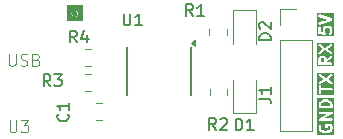
<source format=gbr>
%TF.GenerationSoftware,KiCad,Pcbnew,8.0.0*%
%TF.CreationDate,2024-05-30T16:45:59-06:00*%
%TF.ProjectId,2024_USB_FTDI,32303234-5f55-4534-925f-465444492e6b,rev?*%
%TF.SameCoordinates,Original*%
%TF.FileFunction,Legend,Top*%
%TF.FilePolarity,Positive*%
%FSLAX46Y46*%
G04 Gerber Fmt 4.6, Leading zero omitted, Abs format (unit mm)*
G04 Created by KiCad (PCBNEW 8.0.0) date 2024-05-30 16:45:59*
%MOMM*%
%LPD*%
G01*
G04 APERTURE LIST*
%ADD10C,0.200000*%
%ADD11C,0.150000*%
%ADD12C,0.100000*%
%ADD13C,0.120000*%
%ADD14C,0.000000*%
G04 APERTURE END LIST*
D10*
G36*
X146933336Y-55417641D02*
G01*
X147008007Y-55453564D01*
X147077013Y-55520872D01*
X147112707Y-55624054D01*
X147113650Y-55750493D01*
X146311885Y-55752004D01*
X146310997Y-55632892D01*
X146345598Y-55525047D01*
X146411085Y-55457906D01*
X146479689Y-55422286D01*
X146647256Y-55378807D01*
X146766063Y-55377401D01*
X146933336Y-55417641D01*
G37*
G36*
X147423730Y-58156656D02*
G01*
X146001508Y-58156656D01*
X146001508Y-57469355D01*
X146112619Y-57469355D01*
X146114306Y-57612015D01*
X146113404Y-57624719D01*
X146114514Y-57629604D01*
X146114540Y-57631721D01*
X146115551Y-57634163D01*
X146117751Y-57643835D01*
X146162159Y-57772209D01*
X146162159Y-57774578D01*
X146167128Y-57786574D01*
X146173361Y-57804592D01*
X146175716Y-57807307D01*
X146177091Y-57810626D01*
X146189527Y-57825780D01*
X146285911Y-57919791D01*
X146294164Y-57929307D01*
X146298402Y-57931974D01*
X146299919Y-57933454D01*
X146302356Y-57934463D01*
X146310755Y-57939750D01*
X146401026Y-57983178D01*
X146408000Y-57988345D01*
X146422634Y-57993573D01*
X146424301Y-57994375D01*
X146425021Y-57994426D01*
X146426460Y-57994940D01*
X146611772Y-58039519D01*
X146621681Y-58043624D01*
X146633790Y-58044816D01*
X146636329Y-58045427D01*
X146637787Y-58045209D01*
X146641190Y-58045545D01*
X146778763Y-58043917D01*
X146788908Y-58045427D01*
X146800886Y-58043655D01*
X146803556Y-58043624D01*
X146804919Y-58043059D01*
X146808301Y-58042559D01*
X146991380Y-57995054D01*
X147000936Y-57994375D01*
X147015548Y-57988783D01*
X147017237Y-57988345D01*
X147017817Y-57987914D01*
X147019244Y-57987369D01*
X147114266Y-57938032D01*
X147125318Y-57933455D01*
X147129166Y-57930296D01*
X147131072Y-57929307D01*
X147132801Y-57927312D01*
X147140471Y-57921018D01*
X147224302Y-57835072D01*
X147226312Y-57834068D01*
X147234572Y-57824543D01*
X147248147Y-57810627D01*
X147249522Y-57807307D01*
X147251877Y-57804592D01*
X147259868Y-57786692D01*
X147305774Y-57643607D01*
X147310698Y-57631721D01*
X147311189Y-57626728D01*
X147311834Y-57624720D01*
X147311646Y-57622085D01*
X147312619Y-57612212D01*
X147311009Y-57516068D01*
X147311834Y-57504466D01*
X147310734Y-57499630D01*
X147310698Y-57497465D01*
X147309686Y-57495023D01*
X147307487Y-57485351D01*
X147263078Y-57356973D01*
X147263078Y-57354607D01*
X147258110Y-57342614D01*
X147251877Y-57324594D01*
X147249522Y-57321878D01*
X147248147Y-57318559D01*
X147235710Y-57303405D01*
X147172937Y-57243350D01*
X147147446Y-57232792D01*
X147136889Y-57228419D01*
X147117380Y-57226498D01*
X146764538Y-57228419D01*
X146728490Y-57243351D01*
X146700900Y-57270941D01*
X146685968Y-57306989D01*
X146684047Y-57326498D01*
X146685968Y-57536483D01*
X146700900Y-57572531D01*
X146728490Y-57600121D01*
X146764538Y-57615053D01*
X146803556Y-57615053D01*
X146839604Y-57600121D01*
X146867194Y-57572531D01*
X146882126Y-57536483D01*
X146884047Y-57516974D01*
X146883214Y-57425958D01*
X147075624Y-57424910D01*
X147077326Y-57426538D01*
X147112822Y-57529150D01*
X147113885Y-57592637D01*
X147079640Y-57699377D01*
X147014152Y-57766516D01*
X146945545Y-57802137D01*
X146777980Y-57845616D01*
X146659172Y-57847022D01*
X146491900Y-57806782D01*
X146417230Y-57770860D01*
X146348224Y-57703553D01*
X146312477Y-57600214D01*
X146311232Y-57495013D01*
X146356687Y-57400530D01*
X146359453Y-57361610D01*
X146347114Y-57324594D01*
X146321549Y-57295117D01*
X146286651Y-57277668D01*
X146247731Y-57274903D01*
X146210715Y-57287241D01*
X146181238Y-57312806D01*
X146170795Y-57329396D01*
X146130856Y-57412413D01*
X146129472Y-57413798D01*
X146125019Y-57424547D01*
X146116170Y-57442942D01*
X146115915Y-57446525D01*
X146114540Y-57449846D01*
X146112619Y-57469355D01*
X146001508Y-57469355D01*
X146001508Y-56890941D01*
X146112863Y-56890941D01*
X146114540Y-56904134D01*
X146114540Y-56917435D01*
X146116979Y-56923323D01*
X146117783Y-56929648D01*
X146124383Y-56941197D01*
X146129472Y-56953483D01*
X146133979Y-56957990D01*
X146137142Y-56963525D01*
X146147656Y-56971667D01*
X146157062Y-56981073D01*
X146162952Y-56983512D01*
X146167991Y-56987415D01*
X146180819Y-56990913D01*
X146193110Y-56996005D01*
X146203087Y-56996987D01*
X146205634Y-56997682D01*
X146207601Y-56997431D01*
X146212619Y-56997926D01*
X147232128Y-56996005D01*
X147268176Y-56981073D01*
X147295766Y-56953483D01*
X147310698Y-56917435D01*
X147310698Y-56878417D01*
X147295766Y-56842369D01*
X147268176Y-56814779D01*
X147232128Y-56799847D01*
X147212619Y-56797926D01*
X146585875Y-56799106D01*
X147256193Y-56414608D01*
X147268176Y-56409645D01*
X147272655Y-56405165D01*
X147278218Y-56401975D01*
X147286362Y-56391458D01*
X147295766Y-56382055D01*
X147298204Y-56376167D01*
X147302109Y-56371126D01*
X147305608Y-56358293D01*
X147310698Y-56346007D01*
X147310698Y-56339631D01*
X147312375Y-56333482D01*
X147310698Y-56320288D01*
X147310698Y-56306989D01*
X147308258Y-56301100D01*
X147307455Y-56294776D01*
X147300854Y-56283226D01*
X147295766Y-56270941D01*
X147291258Y-56266433D01*
X147288096Y-56260899D01*
X147277579Y-56252754D01*
X147268176Y-56243351D01*
X147262288Y-56240912D01*
X147257247Y-56237008D01*
X147244414Y-56233508D01*
X147232128Y-56228419D01*
X147222150Y-56227436D01*
X147219604Y-56226742D01*
X147217636Y-56226992D01*
X147212619Y-56226498D01*
X146193110Y-56228419D01*
X146157062Y-56243351D01*
X146129472Y-56270941D01*
X146114540Y-56306989D01*
X146114540Y-56346007D01*
X146129472Y-56382055D01*
X146157062Y-56409645D01*
X146193110Y-56424577D01*
X146212619Y-56426498D01*
X146839362Y-56425317D01*
X146169044Y-56809815D01*
X146157062Y-56814779D01*
X146152582Y-56819258D01*
X146147020Y-56822449D01*
X146138877Y-56832963D01*
X146129472Y-56842369D01*
X146127032Y-56848259D01*
X146123130Y-56853298D01*
X146119631Y-56866126D01*
X146114540Y-56878417D01*
X146114540Y-56884792D01*
X146112863Y-56890941D01*
X146001508Y-56890941D01*
X146001508Y-55612212D01*
X146112619Y-55612212D01*
X146114540Y-55869816D01*
X146129472Y-55905864D01*
X146157062Y-55933454D01*
X146193110Y-55948386D01*
X146212619Y-55950307D01*
X147232128Y-55948386D01*
X147268176Y-55933454D01*
X147295766Y-55905864D01*
X147310698Y-55869816D01*
X147312619Y-55850307D01*
X147310853Y-55613505D01*
X147311834Y-55599704D01*
X147310713Y-55594776D01*
X147310698Y-55592703D01*
X147309686Y-55590261D01*
X147307487Y-55580589D01*
X147263079Y-55452214D01*
X147263079Y-55449846D01*
X147258108Y-55437847D01*
X147251877Y-55419832D01*
X147249522Y-55417116D01*
X147248147Y-55413797D01*
X147235711Y-55398644D01*
X147139315Y-55304621D01*
X147131072Y-55295117D01*
X147126838Y-55292452D01*
X147125318Y-55290969D01*
X147122874Y-55289956D01*
X147114482Y-55284674D01*
X147024210Y-55241245D01*
X147017237Y-55236079D01*
X147002604Y-55230851D01*
X147000936Y-55230049D01*
X147000213Y-55229997D01*
X146998776Y-55229484D01*
X146813465Y-55184904D01*
X146803556Y-55180800D01*
X146791446Y-55179607D01*
X146788908Y-55178997D01*
X146787449Y-55179214D01*
X146784047Y-55178879D01*
X146646473Y-55180506D01*
X146636329Y-55178997D01*
X146624350Y-55180768D01*
X146621681Y-55180800D01*
X146620317Y-55181364D01*
X146616936Y-55181865D01*
X146433856Y-55229369D01*
X146424301Y-55230049D01*
X146409685Y-55235641D01*
X146408000Y-55236079D01*
X146407420Y-55236508D01*
X146405992Y-55237055D01*
X146310958Y-55286397D01*
X146299919Y-55290970D01*
X146296074Y-55294125D01*
X146294164Y-55295117D01*
X146292431Y-55297114D01*
X146284765Y-55303406D01*
X146200936Y-55389350D01*
X146198926Y-55390356D01*
X146190660Y-55399885D01*
X146177091Y-55413798D01*
X146175716Y-55417116D01*
X146173361Y-55419832D01*
X146165370Y-55437733D01*
X146119465Y-55580812D01*
X146114540Y-55592703D01*
X146114048Y-55597696D01*
X146113404Y-55599705D01*
X146113591Y-55602338D01*
X146112619Y-55612212D01*
X146001508Y-55612212D01*
X146001508Y-55067768D01*
X147423730Y-55067768D01*
X147423730Y-58156656D01*
G37*
G36*
X147398330Y-49824989D02*
G01*
X145976108Y-49824989D01*
X145976108Y-49090536D01*
X146087219Y-49090536D01*
X146089048Y-49562747D01*
X146087686Y-49576379D01*
X146089120Y-49581132D01*
X146089140Y-49586235D01*
X146094736Y-49599744D01*
X146098957Y-49613734D01*
X146102144Y-49617630D01*
X146104072Y-49622283D01*
X146114408Y-49632619D01*
X146123664Y-49643932D01*
X146128101Y-49646312D01*
X146131662Y-49649873D01*
X146145167Y-49655467D01*
X146158048Y-49662377D01*
X146165412Y-49663853D01*
X146167710Y-49664805D01*
X146170160Y-49664805D01*
X146177269Y-49666230D01*
X146639663Y-49710668D01*
X146643900Y-49712423D01*
X146657922Y-49712423D01*
X146673062Y-49713878D01*
X146677884Y-49712423D01*
X146682918Y-49712423D01*
X146696422Y-49706829D01*
X146710417Y-49702607D01*
X146714313Y-49699419D01*
X146718966Y-49697492D01*
X146729302Y-49687155D01*
X146740615Y-49677900D01*
X146742995Y-49673462D01*
X146746556Y-49669902D01*
X146752148Y-49656399D01*
X146759060Y-49643516D01*
X146759561Y-49638503D01*
X146761487Y-49633854D01*
X146761487Y-49619243D01*
X146762942Y-49604692D01*
X146761487Y-49599869D01*
X146761487Y-49594836D01*
X146755893Y-49581330D01*
X146751671Y-49567337D01*
X146748483Y-49563441D01*
X146746556Y-49558787D01*
X146734119Y-49543634D01*
X146699037Y-49510070D01*
X146668013Y-49450318D01*
X146666589Y-49259456D01*
X146695405Y-49199558D01*
X146720067Y-49173781D01*
X146779815Y-49142759D01*
X146970678Y-49141335D01*
X147030578Y-49170152D01*
X147056355Y-49194813D01*
X147087376Y-49254561D01*
X147088800Y-49445424D01*
X147059983Y-49505324D01*
X147008833Y-49558787D01*
X146993902Y-49594835D01*
X146993901Y-49633853D01*
X147008832Y-49669902D01*
X147036422Y-49697492D01*
X147072470Y-49712423D01*
X147111488Y-49712424D01*
X147147537Y-49697493D01*
X147162690Y-49685056D01*
X147210623Y-49634955D01*
X147218600Y-49628038D01*
X147221211Y-49623888D01*
X147222747Y-49622284D01*
X147223757Y-49619843D01*
X147229043Y-49611447D01*
X147268981Y-49528429D01*
X147270366Y-49527045D01*
X147274818Y-49516295D01*
X147283668Y-49497901D01*
X147283922Y-49494317D01*
X147285298Y-49490997D01*
X147287219Y-49471488D01*
X147285556Y-49248532D01*
X147286434Y-49245900D01*
X147285431Y-49231794D01*
X147285298Y-49213884D01*
X147283922Y-49210563D01*
X147283668Y-49206980D01*
X147276662Y-49188671D01*
X147227320Y-49093638D01*
X147222747Y-49082597D01*
X147219590Y-49078751D01*
X147218600Y-49076843D01*
X147216603Y-49075111D01*
X147210310Y-49067443D01*
X147160202Y-49019505D01*
X147153291Y-49011536D01*
X147149144Y-49008925D01*
X147147537Y-49007388D01*
X147145093Y-49006376D01*
X147136701Y-49001093D01*
X147053683Y-48961154D01*
X147052299Y-48959770D01*
X147041549Y-48955317D01*
X147023155Y-48946468D01*
X147019571Y-48946213D01*
X147016251Y-48944838D01*
X146996742Y-48942917D01*
X146773786Y-48944579D01*
X146771154Y-48943702D01*
X146757048Y-48944704D01*
X146739138Y-48944838D01*
X146735817Y-48946213D01*
X146732234Y-48946468D01*
X146713925Y-48953474D01*
X146618891Y-49002816D01*
X146607851Y-49007389D01*
X146604005Y-49010544D01*
X146602097Y-49011536D01*
X146600364Y-49013533D01*
X146592698Y-49019826D01*
X146544766Y-49069926D01*
X146536790Y-49076844D01*
X146534177Y-49080993D01*
X146532643Y-49082598D01*
X146531632Y-49085037D01*
X146526347Y-49093434D01*
X146486408Y-49176451D01*
X146485024Y-49177836D01*
X146480571Y-49188585D01*
X146471722Y-49206980D01*
X146471467Y-49210563D01*
X146470092Y-49213884D01*
X146468171Y-49233393D01*
X146469833Y-49456348D01*
X146468956Y-49458981D01*
X146469958Y-49473086D01*
X146470092Y-49490997D01*
X146471467Y-49494317D01*
X146471547Y-49495445D01*
X146286873Y-49477698D01*
X146285298Y-49071027D01*
X146270366Y-49034979D01*
X146242776Y-49007389D01*
X146206728Y-48992457D01*
X146167710Y-48992457D01*
X146131662Y-49007389D01*
X146104072Y-49034979D01*
X146089140Y-49071027D01*
X146087219Y-49090536D01*
X145976108Y-49090536D01*
X145976108Y-48769709D01*
X146088004Y-48769709D01*
X146100342Y-48806725D01*
X146125907Y-48836201D01*
X146160806Y-48853651D01*
X146199726Y-48856417D01*
X146218842Y-48852070D01*
X147206734Y-48520808D01*
X147213631Y-48520318D01*
X147224696Y-48514785D01*
X147236742Y-48510746D01*
X147242143Y-48506061D01*
X147248530Y-48502868D01*
X147256742Y-48493399D01*
X147266218Y-48485181D01*
X147269413Y-48478789D01*
X147274095Y-48473392D01*
X147278061Y-48461494D01*
X147283667Y-48450282D01*
X147284173Y-48443157D01*
X147286434Y-48436376D01*
X147285544Y-48423869D01*
X147286434Y-48411362D01*
X147284173Y-48404580D01*
X147283667Y-48397456D01*
X147278061Y-48386243D01*
X147274095Y-48374346D01*
X147269413Y-48368948D01*
X147266218Y-48362557D01*
X147256742Y-48354338D01*
X147248530Y-48344870D01*
X147242143Y-48341676D01*
X147236742Y-48336992D01*
X147218841Y-48329001D01*
X146199726Y-47991321D01*
X146160806Y-47994087D01*
X146125907Y-48011537D01*
X146100342Y-48041013D01*
X146088004Y-48078029D01*
X146090770Y-48116949D01*
X146108220Y-48151848D01*
X146137696Y-48177413D01*
X146155596Y-48185404D01*
X146873972Y-48423435D01*
X146137696Y-48670325D01*
X146108220Y-48695890D01*
X146090770Y-48730789D01*
X146088004Y-48769709D01*
X145976108Y-48769709D01*
X145976108Y-47880210D01*
X147398330Y-47880210D01*
X147398330Y-49824989D01*
G37*
G36*
X146554386Y-51713332D02*
G01*
X146580163Y-51737994D01*
X146611129Y-51797633D01*
X146611705Y-51917888D01*
X146611051Y-51921599D01*
X146611738Y-51924702D01*
X146612380Y-52058609D01*
X146286747Y-52059222D01*
X146285517Y-51802886D01*
X146314453Y-51742739D01*
X146339115Y-51716962D01*
X146399046Y-51685845D01*
X146494893Y-51684711D01*
X146554386Y-51713332D01*
G37*
G36*
X147398330Y-52368637D02*
G01*
X145976108Y-52368637D01*
X145976108Y-51776574D01*
X146087219Y-51776574D01*
X146089140Y-52177035D01*
X146104072Y-52213083D01*
X146131662Y-52240673D01*
X146167710Y-52255605D01*
X146187219Y-52257526D01*
X147206728Y-52255605D01*
X147242776Y-52240673D01*
X147270366Y-52213083D01*
X147285298Y-52177035D01*
X147285298Y-52138017D01*
X147270366Y-52101969D01*
X147242776Y-52074379D01*
X147206728Y-52059447D01*
X147187219Y-52057526D01*
X146810551Y-52058235D01*
X146810137Y-51971920D01*
X147259446Y-51655260D01*
X147280415Y-51622355D01*
X147287196Y-51583930D01*
X147278756Y-51545836D01*
X147256381Y-51513871D01*
X147223476Y-51492902D01*
X147185052Y-51486121D01*
X147146957Y-51494561D01*
X147129873Y-51504175D01*
X146801820Y-51735377D01*
X146800471Y-51731852D01*
X146751128Y-51636818D01*
X146746556Y-51625778D01*
X146743400Y-51621932D01*
X146742409Y-51620024D01*
X146740411Y-51618291D01*
X146734119Y-51610625D01*
X146684018Y-51562693D01*
X146677101Y-51554717D01*
X146672951Y-51552104D01*
X146671347Y-51550570D01*
X146668907Y-51549559D01*
X146660511Y-51544274D01*
X146577493Y-51504335D01*
X146576109Y-51502951D01*
X146565359Y-51498498D01*
X146546965Y-51489649D01*
X146543381Y-51489394D01*
X146540061Y-51488019D01*
X146520552Y-51486098D01*
X146392395Y-51487614D01*
X146390202Y-51486883D01*
X146377419Y-51487791D01*
X146358186Y-51488019D01*
X146354865Y-51489394D01*
X146351282Y-51489649D01*
X146332973Y-51496655D01*
X146237939Y-51545997D01*
X146226899Y-51550570D01*
X146223053Y-51553725D01*
X146221145Y-51554717D01*
X146219412Y-51556714D01*
X146211746Y-51563007D01*
X146163814Y-51613107D01*
X146155838Y-51620025D01*
X146153225Y-51624174D01*
X146151691Y-51625779D01*
X146150680Y-51628218D01*
X146145395Y-51636615D01*
X146105456Y-51719632D01*
X146104072Y-51721017D01*
X146099619Y-51731766D01*
X146090770Y-51750161D01*
X146090515Y-51753744D01*
X146089140Y-51757065D01*
X146087219Y-51776574D01*
X145976108Y-51776574D01*
X145976108Y-51252659D01*
X146087219Y-51252659D01*
X146094791Y-51290936D01*
X146116434Y-51323401D01*
X146148854Y-51345112D01*
X146187114Y-51352764D01*
X146225391Y-51345192D01*
X146242689Y-51335969D01*
X146687406Y-51038479D01*
X147149047Y-51345192D01*
X147187324Y-51352764D01*
X147225584Y-51345112D01*
X147258004Y-51323401D01*
X147279647Y-51290936D01*
X147287219Y-51252659D01*
X147279567Y-51214399D01*
X147257856Y-51181979D01*
X147242689Y-51169559D01*
X146865792Y-50919150D01*
X147257856Y-50656883D01*
X147279567Y-50624463D01*
X147287219Y-50586203D01*
X147279647Y-50547926D01*
X147258004Y-50515461D01*
X147225584Y-50493750D01*
X147187324Y-50486098D01*
X147149047Y-50493670D01*
X147131749Y-50502893D01*
X146687031Y-50800382D01*
X146225391Y-50493670D01*
X146187114Y-50486098D01*
X146148854Y-50493750D01*
X146116434Y-50515461D01*
X146094791Y-50547926D01*
X146087219Y-50586203D01*
X146094871Y-50624463D01*
X146116582Y-50656883D01*
X146131749Y-50669303D01*
X146508645Y-50919711D01*
X146116582Y-51181979D01*
X146094871Y-51214399D01*
X146087219Y-51252659D01*
X145976108Y-51252659D01*
X145976108Y-50374987D01*
X147398330Y-50374987D01*
X147398330Y-52368637D01*
G37*
G36*
X147423730Y-54820973D02*
G01*
X146001508Y-54820973D01*
X146001508Y-54040355D01*
X146112619Y-54040355D01*
X146114540Y-54631292D01*
X146129472Y-54667340D01*
X146157062Y-54694930D01*
X146193110Y-54709862D01*
X146232128Y-54709862D01*
X146268176Y-54694930D01*
X146295766Y-54667340D01*
X146310698Y-54631292D01*
X146312619Y-54611783D01*
X146312014Y-54425881D01*
X147232128Y-54424148D01*
X147268176Y-54409216D01*
X147295766Y-54381626D01*
X147310698Y-54345578D01*
X147310698Y-54306560D01*
X147295766Y-54270512D01*
X147268176Y-54242922D01*
X147232128Y-54227990D01*
X147212619Y-54226069D01*
X146311370Y-54227767D01*
X146310698Y-54020846D01*
X146295766Y-53984798D01*
X146268176Y-53957208D01*
X146232128Y-53942276D01*
X146193110Y-53942276D01*
X146157062Y-53957208D01*
X146129472Y-53984798D01*
X146114540Y-54020846D01*
X146112619Y-54040355D01*
X146001508Y-54040355D01*
X146001508Y-53802154D01*
X146112619Y-53802154D01*
X146120191Y-53840431D01*
X146141834Y-53872896D01*
X146174254Y-53894607D01*
X146212514Y-53902259D01*
X146250791Y-53894687D01*
X146268089Y-53885464D01*
X146712806Y-53587974D01*
X147174447Y-53894687D01*
X147212724Y-53902259D01*
X147250984Y-53894607D01*
X147283404Y-53872896D01*
X147305047Y-53840431D01*
X147312619Y-53802154D01*
X147304967Y-53763894D01*
X147283256Y-53731474D01*
X147268089Y-53719054D01*
X146891192Y-53468645D01*
X147283256Y-53206378D01*
X147304967Y-53173958D01*
X147312619Y-53135698D01*
X147305047Y-53097421D01*
X147283404Y-53064956D01*
X147250984Y-53043245D01*
X147212724Y-53035593D01*
X147174447Y-53043165D01*
X147157149Y-53052388D01*
X146712431Y-53349877D01*
X146250791Y-53043165D01*
X146212514Y-53035593D01*
X146174254Y-53043245D01*
X146141834Y-53064956D01*
X146120191Y-53097421D01*
X146112619Y-53135698D01*
X146120271Y-53173958D01*
X146141982Y-53206378D01*
X146157149Y-53218798D01*
X146534045Y-53469206D01*
X146141982Y-53731474D01*
X146120271Y-53763894D01*
X146112619Y-53802154D01*
X146001508Y-53802154D01*
X146001508Y-52924482D01*
X147423730Y-52924482D01*
X147423730Y-54820973D01*
G37*
D11*
X123404334Y-54074218D02*
X123071001Y-53598027D01*
X122832906Y-54074218D02*
X122832906Y-53074218D01*
X122832906Y-53074218D02*
X123213858Y-53074218D01*
X123213858Y-53074218D02*
X123309096Y-53121837D01*
X123309096Y-53121837D02*
X123356715Y-53169456D01*
X123356715Y-53169456D02*
X123404334Y-53264694D01*
X123404334Y-53264694D02*
X123404334Y-53407551D01*
X123404334Y-53407551D02*
X123356715Y-53502789D01*
X123356715Y-53502789D02*
X123309096Y-53550408D01*
X123309096Y-53550408D02*
X123213858Y-53598027D01*
X123213858Y-53598027D02*
X122832906Y-53598027D01*
X123737668Y-53074218D02*
X124356715Y-53074218D01*
X124356715Y-53074218D02*
X124023382Y-53455170D01*
X124023382Y-53455170D02*
X124166239Y-53455170D01*
X124166239Y-53455170D02*
X124261477Y-53502789D01*
X124261477Y-53502789D02*
X124309096Y-53550408D01*
X124309096Y-53550408D02*
X124356715Y-53645646D01*
X124356715Y-53645646D02*
X124356715Y-53883741D01*
X124356715Y-53883741D02*
X124309096Y-53978979D01*
X124309096Y-53978979D02*
X124261477Y-54026599D01*
X124261477Y-54026599D02*
X124166239Y-54074218D01*
X124166239Y-54074218D02*
X123880525Y-54074218D01*
X123880525Y-54074218D02*
X123785287Y-54026599D01*
X123785287Y-54026599D02*
X123737668Y-53978979D01*
D12*
X119964295Y-56963019D02*
X119964295Y-57772542D01*
X119964295Y-57772542D02*
X120011914Y-57867780D01*
X120011914Y-57867780D02*
X120059533Y-57915400D01*
X120059533Y-57915400D02*
X120154771Y-57963019D01*
X120154771Y-57963019D02*
X120345247Y-57963019D01*
X120345247Y-57963019D02*
X120440485Y-57915400D01*
X120440485Y-57915400D02*
X120488104Y-57867780D01*
X120488104Y-57867780D02*
X120535723Y-57772542D01*
X120535723Y-57772542D02*
X120535723Y-56963019D01*
X120916676Y-56963019D02*
X121535723Y-56963019D01*
X121535723Y-56963019D02*
X121202390Y-57343971D01*
X121202390Y-57343971D02*
X121345247Y-57343971D01*
X121345247Y-57343971D02*
X121440485Y-57391590D01*
X121440485Y-57391590D02*
X121488104Y-57439209D01*
X121488104Y-57439209D02*
X121535723Y-57534447D01*
X121535723Y-57534447D02*
X121535723Y-57772542D01*
X121535723Y-57772542D02*
X121488104Y-57867780D01*
X121488104Y-57867780D02*
X121440485Y-57915400D01*
X121440485Y-57915400D02*
X121345247Y-57963019D01*
X121345247Y-57963019D02*
X121059533Y-57963019D01*
X121059533Y-57963019D02*
X120964295Y-57915400D01*
X120964295Y-57915400D02*
X120916676Y-57867780D01*
X119887084Y-51332819D02*
X119887084Y-52142342D01*
X119887084Y-52142342D02*
X119934703Y-52237580D01*
X119934703Y-52237580D02*
X119982322Y-52285200D01*
X119982322Y-52285200D02*
X120077560Y-52332819D01*
X120077560Y-52332819D02*
X120268036Y-52332819D01*
X120268036Y-52332819D02*
X120363274Y-52285200D01*
X120363274Y-52285200D02*
X120410893Y-52237580D01*
X120410893Y-52237580D02*
X120458512Y-52142342D01*
X120458512Y-52142342D02*
X120458512Y-51332819D01*
X120887084Y-52285200D02*
X121029941Y-52332819D01*
X121029941Y-52332819D02*
X121268036Y-52332819D01*
X121268036Y-52332819D02*
X121363274Y-52285200D01*
X121363274Y-52285200D02*
X121410893Y-52237580D01*
X121410893Y-52237580D02*
X121458512Y-52142342D01*
X121458512Y-52142342D02*
X121458512Y-52047104D01*
X121458512Y-52047104D02*
X121410893Y-51951866D01*
X121410893Y-51951866D02*
X121363274Y-51904247D01*
X121363274Y-51904247D02*
X121268036Y-51856628D01*
X121268036Y-51856628D02*
X121077560Y-51809009D01*
X121077560Y-51809009D02*
X120982322Y-51761390D01*
X120982322Y-51761390D02*
X120934703Y-51713771D01*
X120934703Y-51713771D02*
X120887084Y-51618533D01*
X120887084Y-51618533D02*
X120887084Y-51523295D01*
X120887084Y-51523295D02*
X120934703Y-51428057D01*
X120934703Y-51428057D02*
X120982322Y-51380438D01*
X120982322Y-51380438D02*
X121077560Y-51332819D01*
X121077560Y-51332819D02*
X121315655Y-51332819D01*
X121315655Y-51332819D02*
X121458512Y-51380438D01*
X122220417Y-51809009D02*
X122363274Y-51856628D01*
X122363274Y-51856628D02*
X122410893Y-51904247D01*
X122410893Y-51904247D02*
X122458512Y-51999485D01*
X122458512Y-51999485D02*
X122458512Y-52142342D01*
X122458512Y-52142342D02*
X122410893Y-52237580D01*
X122410893Y-52237580D02*
X122363274Y-52285200D01*
X122363274Y-52285200D02*
X122268036Y-52332819D01*
X122268036Y-52332819D02*
X121887084Y-52332819D01*
X121887084Y-52332819D02*
X121887084Y-51332819D01*
X121887084Y-51332819D02*
X122220417Y-51332819D01*
X122220417Y-51332819D02*
X122315655Y-51380438D01*
X122315655Y-51380438D02*
X122363274Y-51428057D01*
X122363274Y-51428057D02*
X122410893Y-51523295D01*
X122410893Y-51523295D02*
X122410893Y-51618533D01*
X122410893Y-51618533D02*
X122363274Y-51713771D01*
X122363274Y-51713771D02*
X122315655Y-51761390D01*
X122315655Y-51761390D02*
X122220417Y-51809009D01*
X122220417Y-51809009D02*
X121887084Y-51809009D01*
D11*
X135469333Y-48121619D02*
X135136000Y-47645428D01*
X134897905Y-48121619D02*
X134897905Y-47121619D01*
X134897905Y-47121619D02*
X135278857Y-47121619D01*
X135278857Y-47121619D02*
X135374095Y-47169238D01*
X135374095Y-47169238D02*
X135421714Y-47216857D01*
X135421714Y-47216857D02*
X135469333Y-47312095D01*
X135469333Y-47312095D02*
X135469333Y-47454952D01*
X135469333Y-47454952D02*
X135421714Y-47550190D01*
X135421714Y-47550190D02*
X135374095Y-47597809D01*
X135374095Y-47597809D02*
X135278857Y-47645428D01*
X135278857Y-47645428D02*
X134897905Y-47645428D01*
X136421714Y-48121619D02*
X135850286Y-48121619D01*
X136136000Y-48121619D02*
X136136000Y-47121619D01*
X136136000Y-47121619D02*
X136040762Y-47264476D01*
X136040762Y-47264476D02*
X135945524Y-47359714D01*
X135945524Y-47359714D02*
X135850286Y-47407333D01*
X137425133Y-57757219D02*
X137091800Y-57281028D01*
X136853705Y-57757219D02*
X136853705Y-56757219D01*
X136853705Y-56757219D02*
X137234657Y-56757219D01*
X137234657Y-56757219D02*
X137329895Y-56804838D01*
X137329895Y-56804838D02*
X137377514Y-56852457D01*
X137377514Y-56852457D02*
X137425133Y-56947695D01*
X137425133Y-56947695D02*
X137425133Y-57090552D01*
X137425133Y-57090552D02*
X137377514Y-57185790D01*
X137377514Y-57185790D02*
X137329895Y-57233409D01*
X137329895Y-57233409D02*
X137234657Y-57281028D01*
X137234657Y-57281028D02*
X136853705Y-57281028D01*
X137806086Y-56852457D02*
X137853705Y-56804838D01*
X137853705Y-56804838D02*
X137948943Y-56757219D01*
X137948943Y-56757219D02*
X138187038Y-56757219D01*
X138187038Y-56757219D02*
X138282276Y-56804838D01*
X138282276Y-56804838D02*
X138329895Y-56852457D01*
X138329895Y-56852457D02*
X138377514Y-56947695D01*
X138377514Y-56947695D02*
X138377514Y-57042933D01*
X138377514Y-57042933D02*
X138329895Y-57185790D01*
X138329895Y-57185790D02*
X137758467Y-57757219D01*
X137758467Y-57757219D02*
X138377514Y-57757219D01*
X129616295Y-47918019D02*
X129616295Y-48727542D01*
X129616295Y-48727542D02*
X129663914Y-48822780D01*
X129663914Y-48822780D02*
X129711533Y-48870400D01*
X129711533Y-48870400D02*
X129806771Y-48918019D01*
X129806771Y-48918019D02*
X129997247Y-48918019D01*
X129997247Y-48918019D02*
X130092485Y-48870400D01*
X130092485Y-48870400D02*
X130140104Y-48822780D01*
X130140104Y-48822780D02*
X130187723Y-48727542D01*
X130187723Y-48727542D02*
X130187723Y-47918019D01*
X131187723Y-48918019D02*
X130616295Y-48918019D01*
X130902009Y-48918019D02*
X130902009Y-47918019D01*
X130902009Y-47918019D02*
X130806771Y-48060876D01*
X130806771Y-48060876D02*
X130711533Y-48156114D01*
X130711533Y-48156114D02*
X130616295Y-48203733D01*
X141059819Y-55121133D02*
X141774104Y-55121133D01*
X141774104Y-55121133D02*
X141916961Y-55168752D01*
X141916961Y-55168752D02*
X142012200Y-55263990D01*
X142012200Y-55263990D02*
X142059819Y-55406847D01*
X142059819Y-55406847D02*
X142059819Y-55502085D01*
X142059819Y-54121133D02*
X142059819Y-54692561D01*
X142059819Y-54406847D02*
X141059819Y-54406847D01*
X141059819Y-54406847D02*
X141202676Y-54502085D01*
X141202676Y-54502085D02*
X141297914Y-54597323D01*
X141297914Y-54597323D02*
X141345533Y-54692561D01*
X124870380Y-56427666D02*
X124918000Y-56475285D01*
X124918000Y-56475285D02*
X124965619Y-56618142D01*
X124965619Y-56618142D02*
X124965619Y-56713380D01*
X124965619Y-56713380D02*
X124918000Y-56856237D01*
X124918000Y-56856237D02*
X124822761Y-56951475D01*
X124822761Y-56951475D02*
X124727523Y-56999094D01*
X124727523Y-56999094D02*
X124537047Y-57046713D01*
X124537047Y-57046713D02*
X124394190Y-57046713D01*
X124394190Y-57046713D02*
X124203714Y-56999094D01*
X124203714Y-56999094D02*
X124108476Y-56951475D01*
X124108476Y-56951475D02*
X124013238Y-56856237D01*
X124013238Y-56856237D02*
X123965619Y-56713380D01*
X123965619Y-56713380D02*
X123965619Y-56618142D01*
X123965619Y-56618142D02*
X124013238Y-56475285D01*
X124013238Y-56475285D02*
X124060857Y-56427666D01*
X124965619Y-55475285D02*
X124965619Y-56046713D01*
X124965619Y-55760999D02*
X123965619Y-55760999D01*
X123965619Y-55760999D02*
X124108476Y-55856237D01*
X124108476Y-55856237D02*
X124203714Y-55951475D01*
X124203714Y-55951475D02*
X124251333Y-56046713D01*
X125639533Y-50365819D02*
X125306200Y-49889628D01*
X125068105Y-50365819D02*
X125068105Y-49365819D01*
X125068105Y-49365819D02*
X125449057Y-49365819D01*
X125449057Y-49365819D02*
X125544295Y-49413438D01*
X125544295Y-49413438D02*
X125591914Y-49461057D01*
X125591914Y-49461057D02*
X125639533Y-49556295D01*
X125639533Y-49556295D02*
X125639533Y-49699152D01*
X125639533Y-49699152D02*
X125591914Y-49794390D01*
X125591914Y-49794390D02*
X125544295Y-49842009D01*
X125544295Y-49842009D02*
X125449057Y-49889628D01*
X125449057Y-49889628D02*
X125068105Y-49889628D01*
X126496676Y-49699152D02*
X126496676Y-50365819D01*
X126258581Y-49318200D02*
X126020486Y-50032485D01*
X126020486Y-50032485D02*
X126639533Y-50032485D01*
X139088905Y-57808019D02*
X139088905Y-56808019D01*
X139088905Y-56808019D02*
X139327000Y-56808019D01*
X139327000Y-56808019D02*
X139469857Y-56855638D01*
X139469857Y-56855638D02*
X139565095Y-56950876D01*
X139565095Y-56950876D02*
X139612714Y-57046114D01*
X139612714Y-57046114D02*
X139660333Y-57236590D01*
X139660333Y-57236590D02*
X139660333Y-57379447D01*
X139660333Y-57379447D02*
X139612714Y-57569923D01*
X139612714Y-57569923D02*
X139565095Y-57665161D01*
X139565095Y-57665161D02*
X139469857Y-57760400D01*
X139469857Y-57760400D02*
X139327000Y-57808019D01*
X139327000Y-57808019D02*
X139088905Y-57808019D01*
X140612714Y-57808019D02*
X140041286Y-57808019D01*
X140327000Y-57808019D02*
X140327000Y-56808019D01*
X140327000Y-56808019D02*
X140231762Y-56950876D01*
X140231762Y-56950876D02*
X140136524Y-57046114D01*
X140136524Y-57046114D02*
X140041286Y-57093733D01*
X142085219Y-50163294D02*
X141085219Y-50163294D01*
X141085219Y-50163294D02*
X141085219Y-49925199D01*
X141085219Y-49925199D02*
X141132838Y-49782342D01*
X141132838Y-49782342D02*
X141228076Y-49687104D01*
X141228076Y-49687104D02*
X141323314Y-49639485D01*
X141323314Y-49639485D02*
X141513790Y-49591866D01*
X141513790Y-49591866D02*
X141656647Y-49591866D01*
X141656647Y-49591866D02*
X141847123Y-49639485D01*
X141847123Y-49639485D02*
X141942361Y-49687104D01*
X141942361Y-49687104D02*
X142037600Y-49782342D01*
X142037600Y-49782342D02*
X142085219Y-49925199D01*
X142085219Y-49925199D02*
X142085219Y-50163294D01*
X141180457Y-49210913D02*
X141132838Y-49163294D01*
X141132838Y-49163294D02*
X141085219Y-49068056D01*
X141085219Y-49068056D02*
X141085219Y-48829961D01*
X141085219Y-48829961D02*
X141132838Y-48734723D01*
X141132838Y-48734723D02*
X141180457Y-48687104D01*
X141180457Y-48687104D02*
X141275695Y-48639485D01*
X141275695Y-48639485D02*
X141370933Y-48639485D01*
X141370933Y-48639485D02*
X141513790Y-48687104D01*
X141513790Y-48687104D02*
X142085219Y-49258532D01*
X142085219Y-49258532D02*
X142085219Y-48639485D01*
D13*
%TO.C,R3*%
X126366536Y-53036800D02*
X126820664Y-53036800D01*
X126366536Y-54506800D02*
X126820664Y-54506800D01*
%TO.C,R1*%
X136856800Y-49243136D02*
X136856800Y-49697264D01*
X138326800Y-49243136D02*
X138326800Y-49697264D01*
%TO.C,R2*%
X136882200Y-54786264D02*
X136882200Y-54332136D01*
X138352200Y-54786264D02*
X138352200Y-54332136D01*
D11*
%TO.C,U1*%
X129913400Y-50781200D02*
X129913400Y-54781200D01*
X135313400Y-50781200D02*
X135313400Y-54781200D01*
D13*
X135643400Y-50671200D02*
X135313400Y-50431200D01*
X135643400Y-50191200D01*
X135643400Y-50671200D01*
G36*
X135643400Y-50671200D02*
G01*
X135313400Y-50431200D01*
X135643400Y-50191200D01*
X135643400Y-50671200D01*
G37*
%TO.C,J1*%
X142891200Y-47565000D02*
X144221200Y-47565000D01*
X142891200Y-48895000D02*
X142891200Y-47565000D01*
X142891200Y-50165000D02*
X142891200Y-57845000D01*
X142891200Y-50165000D02*
X145551200Y-50165000D01*
X142891200Y-57845000D02*
X145551200Y-57845000D01*
X145551200Y-50165000D02*
X145551200Y-57845000D01*
%TO.C,C1*%
X127769252Y-55475200D02*
X127246748Y-55475200D01*
X127769252Y-56945200D02*
X127246748Y-56945200D01*
%TO.C,R4*%
X126366536Y-50903200D02*
X126820664Y-50903200D01*
X126366536Y-52373200D02*
X126820664Y-52373200D01*
%TO.C,D1*%
X138867000Y-53508400D02*
X138867000Y-56368400D01*
X138867000Y-56368400D02*
X140787000Y-56368400D01*
X140787000Y-56368400D02*
X140787000Y-53508400D01*
%TO.C,D2*%
X138892400Y-47635600D02*
X138892400Y-50495600D01*
X140812400Y-47635600D02*
X138892400Y-47635600D01*
X140812400Y-50495600D02*
X140812400Y-47635600D01*
D14*
%TO.C,G\u002A\u002A\u002A*%
G36*
X125388451Y-47679042D02*
G01*
X125388793Y-47738827D01*
X125390052Y-47780149D01*
X125392578Y-47806153D01*
X125396720Y-47819987D01*
X125402828Y-47824796D01*
X125404664Y-47824957D01*
X125414033Y-47820018D01*
X125419089Y-47802491D01*
X125420836Y-47768308D01*
X125420877Y-47759388D01*
X125421291Y-47723294D01*
X125424064Y-47704016D01*
X125431491Y-47696755D01*
X125445868Y-47696710D01*
X125450600Y-47697239D01*
X125467444Y-47700682D01*
X125476746Y-47709715D01*
X125481263Y-47729824D01*
X125483564Y-47762808D01*
X125487222Y-47800664D01*
X125493842Y-47820247D01*
X125502479Y-47824957D01*
X125512865Y-47818039D01*
X125517583Y-47795026D01*
X125518152Y-47775601D01*
X125519003Y-47745533D01*
X125523884Y-47731680D01*
X125536286Y-47728644D01*
X125547876Y-47729665D01*
X125564594Y-47733148D01*
X125574181Y-47742305D01*
X125579440Y-47762522D01*
X125583003Y-47797094D01*
X125588837Y-47837902D01*
X125596871Y-47860768D01*
X125605443Y-47864888D01*
X125612889Y-47849460D01*
X125617542Y-47813798D01*
X125620833Y-47757996D01*
X125650557Y-47781452D01*
X125665902Y-47795236D01*
X125674808Y-47810410D01*
X125679006Y-47833039D01*
X125680232Y-47869183D01*
X125680280Y-47885361D01*
X125678552Y-47930254D01*
X125672372Y-47972802D01*
X125660246Y-48020402D01*
X125641137Y-48079130D01*
X125601993Y-48192445D01*
X125481711Y-48192075D01*
X125361430Y-48191704D01*
X125323600Y-48108470D01*
X125298053Y-48056802D01*
X125266545Y-47999424D01*
X125235635Y-47948247D01*
X125233868Y-47945517D01*
X125210826Y-47907662D01*
X125193883Y-47875056D01*
X125185639Y-47852919D01*
X125185353Y-47848205D01*
X125196099Y-47830625D01*
X125217222Y-47831019D01*
X125247445Y-47849153D01*
X125262920Y-47862348D01*
X125287992Y-47882738D01*
X125307350Y-47893872D01*
X125314019Y-47894453D01*
X125317224Y-47882185D01*
X125319974Y-47852031D01*
X125322073Y-47807719D01*
X125323328Y-47752976D01*
X125323600Y-47710830D01*
X125323600Y-47533127D01*
X125356026Y-47533127D01*
X125388451Y-47533127D01*
X125388451Y-47679042D01*
G37*
G36*
X126134237Y-47878999D02*
G01*
X126134237Y-48549126D01*
X125465911Y-48549126D01*
X125347673Y-48549013D01*
X125235882Y-48548686D01*
X125132407Y-48548164D01*
X125039114Y-48547470D01*
X124957869Y-48546621D01*
X124890540Y-48545638D01*
X124838993Y-48544541D01*
X124805095Y-48543349D01*
X124790713Y-48542084D01*
X124790380Y-48541921D01*
X124789102Y-48530116D01*
X124787895Y-48498570D01*
X124786782Y-48449155D01*
X124785781Y-48383748D01*
X124784914Y-48304221D01*
X124784199Y-48212451D01*
X124783658Y-48110312D01*
X124783310Y-47999677D01*
X124783176Y-47882422D01*
X124783175Y-47871794D01*
X124783175Y-47846237D01*
X125161472Y-47846237D01*
X125165103Y-47875598D01*
X125177538Y-47908357D01*
X125201095Y-47950091D01*
X125211278Y-47966125D01*
X125240468Y-48014345D01*
X125272033Y-48071329D01*
X125299856Y-48125960D01*
X125303671Y-48133994D01*
X125346257Y-48224871D01*
X125490270Y-48224871D01*
X125634283Y-48224871D01*
X125641099Y-48182247D01*
X125648342Y-48151503D01*
X125661280Y-48109088D01*
X125677342Y-48063305D01*
X125680310Y-48055493D01*
X125698802Y-48002071D01*
X125708805Y-47956087D01*
X125712500Y-47906176D01*
X125712706Y-47886520D01*
X125712113Y-47842964D01*
X125709191Y-47814694D01*
X125702224Y-47795389D01*
X125689498Y-47778727D01*
X125681111Y-47770083D01*
X125657568Y-47750105D01*
X125637763Y-47739182D01*
X125633797Y-47738489D01*
X125614100Y-47730829D01*
X125604620Y-47722276D01*
X125584933Y-47710876D01*
X125556314Y-47706064D01*
X125555982Y-47706063D01*
X125527333Y-47701351D01*
X125507472Y-47690003D01*
X125507344Y-47689851D01*
X125487801Y-47678625D01*
X125458910Y-47673652D01*
X125457383Y-47673638D01*
X125420877Y-47673638D01*
X125420877Y-47599302D01*
X125418855Y-47551699D01*
X125410898Y-47521956D01*
X125394165Y-47506536D01*
X125365816Y-47501906D01*
X125343314Y-47502743D01*
X125296579Y-47506106D01*
X125293595Y-47670936D01*
X125291996Y-47727856D01*
X125289550Y-47776267D01*
X125286533Y-47812464D01*
X125283217Y-47832740D01*
X125281408Y-47835765D01*
X125267572Y-47828383D01*
X125258749Y-47819553D01*
X125238708Y-47808412D01*
X125207111Y-47803395D01*
X125203383Y-47803340D01*
X125176484Y-47804456D01*
X125164585Y-47811980D01*
X125161565Y-47832176D01*
X125161472Y-47846237D01*
X124783175Y-47846237D01*
X124783175Y-47208872D01*
X125458706Y-47208872D01*
X126134237Y-47208872D01*
X126134237Y-47878999D01*
G37*
%TD*%
M02*

</source>
